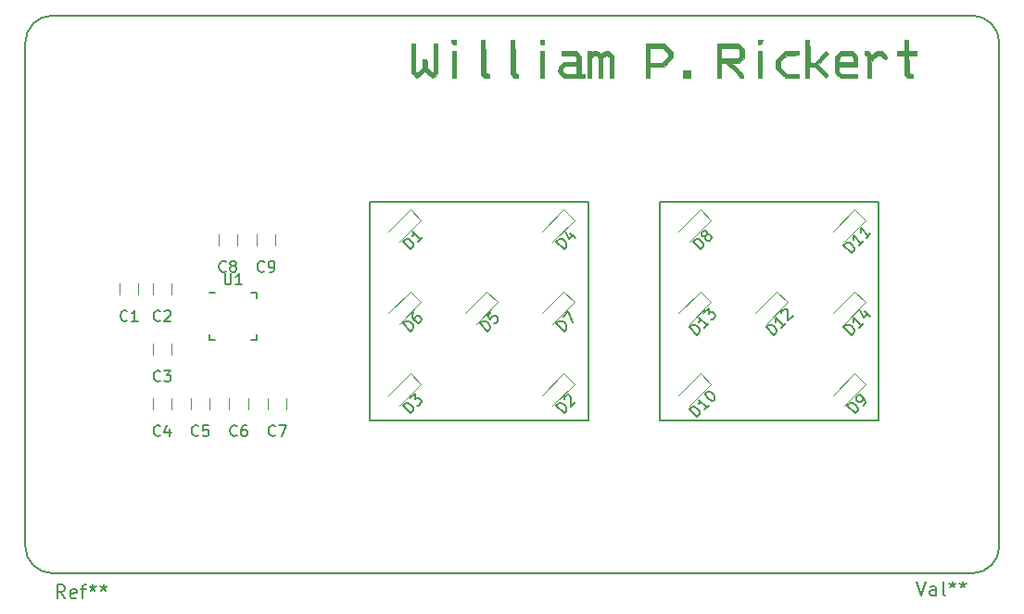
<source format=gbr>
%TF.GenerationSoftware,KiCad,Pcbnew,5.0.1*%
%TF.CreationDate,2019-01-19T09:31:19-06:00*%
%TF.ProjectId,Layout,4C61796F75742E6B696361645F706362,rev?*%
%TF.SameCoordinates,Original*%
%TF.FileFunction,Legend,Top*%
%TF.FilePolarity,Positive*%
%FSLAX46Y46*%
G04 Gerber Fmt 4.6, Leading zero omitted, Abs format (unit mm)*
G04 Created by KiCad (PCBNEW 5.0.1) date Sat 19 Jan 2019 09:31:19 AM CST*
%MOMM*%
%LPD*%
G01*
G04 APERTURE LIST*
%ADD10C,0.200000*%
%ADD11C,0.150000*%
%ADD12C,0.120000*%
%ADD13C,0.010000*%
G04 APERTURE END LIST*
D10*
X143500000Y-110500000D02*
X163500000Y-110500000D01*
X163500000Y-90500000D02*
X143500000Y-90500000D01*
X163500000Y-110500000D02*
X163500000Y-90500000D01*
X143500000Y-90500000D02*
X143500000Y-110500000D01*
X190000000Y-110500000D02*
X170000000Y-110500000D01*
X170000000Y-90500000D02*
X190000000Y-90500000D01*
X170000000Y-90500000D02*
X170000000Y-110500000D01*
X190000000Y-110500000D02*
X190000000Y-90500000D01*
D11*
X112000000Y-122000000D02*
X112000000Y-76000000D01*
X198500000Y-124500000D02*
X114500000Y-124500000D01*
X201000000Y-76000000D02*
X201000000Y-122000000D01*
X114500000Y-73500000D02*
X198500000Y-73500000D01*
X201000000Y-122000000D02*
G75*
G02X198500000Y-124500000I-2500000J0D01*
G01*
X114500000Y-124500000D02*
G75*
G02X112000000Y-122000000I0J2500000D01*
G01*
X112000000Y-76000000D02*
G75*
G02X114500000Y-73500000I2500000J0D01*
G01*
X198500000Y-73500000D02*
G75*
G02X201000000Y-76000000I0J-2500000D01*
G01*
D12*
X123650000Y-103500000D02*
X123650000Y-104500000D01*
X125350000Y-104500000D02*
X125350000Y-103500000D01*
X122350000Y-99000000D02*
X122350000Y-98000000D01*
X120650000Y-98000000D02*
X120650000Y-99000000D01*
X134150000Y-108500000D02*
X134150000Y-109500000D01*
X135850000Y-109500000D02*
X135850000Y-108500000D01*
X132350000Y-109500000D02*
X132350000Y-108500000D01*
X130650000Y-108500000D02*
X130650000Y-109500000D01*
X125350000Y-109500000D02*
X125350000Y-108500000D01*
X123650000Y-108500000D02*
X123650000Y-109500000D01*
X125350000Y-99000000D02*
X125350000Y-98000000D01*
X123650000Y-98000000D02*
X123650000Y-99000000D01*
X128850000Y-109500000D02*
X128850000Y-108500000D01*
X127150000Y-108500000D02*
X127150000Y-109500000D01*
X129650000Y-93500000D02*
X129650000Y-94500000D01*
X131350000Y-94500000D02*
X131350000Y-93500000D01*
X134850000Y-94500000D02*
X134850000Y-93500000D01*
X133150000Y-93500000D02*
X133150000Y-94500000D01*
X148167768Y-92222183D02*
X147177818Y-91232233D01*
X147177818Y-91232233D02*
X145197919Y-93212132D01*
X148167768Y-92222183D02*
X146187869Y-94202082D01*
X162167768Y-107222183D02*
X160187869Y-109202082D01*
X161177818Y-106232233D02*
X159197919Y-108212132D01*
X162167768Y-107222183D02*
X161177818Y-106232233D01*
X148167768Y-107222183D02*
X146187869Y-109202082D01*
X147177818Y-106232233D02*
X145197919Y-108212132D01*
X148167768Y-107222183D02*
X147177818Y-106232233D01*
X162167768Y-92222183D02*
X161177818Y-91232233D01*
X161177818Y-91232233D02*
X159197919Y-93212132D01*
X162167768Y-92222183D02*
X160187869Y-94202082D01*
X155167768Y-99722183D02*
X154177818Y-98732233D01*
X154177818Y-98732233D02*
X152197919Y-100712132D01*
X155167768Y-99722183D02*
X153187869Y-101702082D01*
X148167768Y-99722183D02*
X147177818Y-98732233D01*
X147177818Y-98732233D02*
X145197919Y-100712132D01*
X148167768Y-99722183D02*
X146187869Y-101702082D01*
X162167768Y-99722183D02*
X160187869Y-101702082D01*
X161177818Y-98732233D02*
X159197919Y-100712132D01*
X162167768Y-99722183D02*
X161177818Y-98732233D01*
X174667768Y-92222183D02*
X172687869Y-94202082D01*
X173677818Y-91232233D02*
X171697919Y-93212132D01*
X174667768Y-92222183D02*
X173677818Y-91232233D01*
X188767767Y-107222183D02*
X187777817Y-106232233D01*
X187777817Y-106232233D02*
X185797918Y-108212132D01*
X188767767Y-107222183D02*
X186787868Y-109202082D01*
X174667768Y-107222183D02*
X173677818Y-106232233D01*
X173677818Y-106232233D02*
X171697919Y-108212132D01*
X174667768Y-107222183D02*
X172687869Y-109202082D01*
X188767767Y-92222183D02*
X186787868Y-94202082D01*
X187777817Y-91232233D02*
X185797918Y-93212132D01*
X188767767Y-92222183D02*
X187777817Y-91232233D01*
X181667768Y-99722183D02*
X179687869Y-101702082D01*
X180677818Y-98732233D02*
X178697919Y-100712132D01*
X181667768Y-99722183D02*
X180677818Y-98732233D01*
X174667768Y-99722183D02*
X172687869Y-101702082D01*
X173677818Y-98732233D02*
X171697919Y-100712132D01*
X174667768Y-99722183D02*
X173677818Y-98732233D01*
X188767767Y-99722183D02*
X187777817Y-98732233D01*
X187777817Y-98732233D02*
X185797918Y-100712132D01*
X188767767Y-99722183D02*
X186787868Y-101702082D01*
D11*
X133150000Y-98860000D02*
X133150000Y-99385000D01*
X128850000Y-103160000D02*
X128850000Y-102635000D01*
X133150000Y-103160000D02*
X133150000Y-102635000D01*
X128850000Y-98860000D02*
X129375000Y-98860000D01*
X128850000Y-103160000D02*
X129375000Y-103160000D01*
X133150000Y-103160000D02*
X132625000Y-103160000D01*
X133150000Y-98860000D02*
X132625000Y-98860000D01*
D13*
G36*
X179324184Y-75913250D02*
X179311882Y-76026255D01*
X179279926Y-76080139D01*
X179202963Y-76100255D01*
X179131250Y-76106184D01*
X178951334Y-76119201D01*
X178951334Y-75733333D01*
X179337202Y-75733333D01*
X179324184Y-75913250D01*
X179324184Y-75913250D01*
G37*
X179324184Y-75913250D02*
X179311882Y-76026255D01*
X179279926Y-76080139D01*
X179202963Y-76100255D01*
X179131250Y-76106184D01*
X178951334Y-76119201D01*
X178951334Y-75733333D01*
X179337202Y-75733333D01*
X179324184Y-75913250D01*
G36*
X159393334Y-76114333D02*
X159222672Y-76114333D01*
X159092637Y-76099179D01*
X159029895Y-76056531D01*
X159029015Y-76054409D01*
X159016472Y-75969332D01*
X159019760Y-75874492D01*
X159037548Y-75797838D01*
X159084482Y-75760016D01*
X159185915Y-75743613D01*
X159213417Y-75741482D01*
X159393334Y-75728465D01*
X159393334Y-76114333D01*
X159393334Y-76114333D01*
G37*
X159393334Y-76114333D02*
X159222672Y-76114333D01*
X159092637Y-76099179D01*
X159029895Y-76056531D01*
X159029015Y-76054409D01*
X159016472Y-75969332D01*
X159019760Y-75874492D01*
X159037548Y-75797838D01*
X159084482Y-75760016D01*
X159185915Y-75743613D01*
X159213417Y-75741482D01*
X159393334Y-75728465D01*
X159393334Y-76114333D01*
G36*
X151350000Y-76114333D02*
X151187722Y-76114333D01*
X151075852Y-76107570D01*
X151004241Y-76090837D01*
X150997222Y-76086111D01*
X150978943Y-76028944D01*
X150969399Y-75923186D01*
X150969000Y-75895611D01*
X150969000Y-75733333D01*
X151350000Y-75733333D01*
X151350000Y-76114333D01*
X151350000Y-76114333D01*
G37*
X151350000Y-76114333D02*
X151187722Y-76114333D01*
X151075852Y-76107570D01*
X151004241Y-76090837D01*
X150997222Y-76086111D01*
X150978943Y-76028944D01*
X150969399Y-75923186D01*
X150969000Y-75895611D01*
X150969000Y-75733333D01*
X151350000Y-75733333D01*
X151350000Y-76114333D01*
G36*
X192709667Y-76745909D02*
X193058917Y-76758204D01*
X193408167Y-76770500D01*
X193421184Y-76950416D01*
X193434202Y-77130333D01*
X192707877Y-77130333D01*
X192719355Y-77966416D01*
X192730834Y-78802500D01*
X192900167Y-78823666D01*
X193008388Y-78842148D01*
X193056620Y-78879192D01*
X193069095Y-78962058D01*
X193069500Y-79014166D01*
X193069500Y-79183500D01*
X192872349Y-79196242D01*
X192736489Y-79195617D01*
X192636296Y-79161700D01*
X192527276Y-79079098D01*
X192523099Y-79075440D01*
X192371000Y-78941895D01*
X192371000Y-77130333D01*
X191651334Y-77130333D01*
X191651334Y-76749333D01*
X192371000Y-76749333D01*
X192371000Y-75733333D01*
X192709667Y-75733333D01*
X192709667Y-76745909D01*
X192709667Y-76745909D01*
G37*
X192709667Y-76745909D02*
X193058917Y-76758204D01*
X193408167Y-76770500D01*
X193421184Y-76950416D01*
X193434202Y-77130333D01*
X192707877Y-77130333D01*
X192719355Y-77966416D01*
X192730834Y-78802500D01*
X192900167Y-78823666D01*
X193008388Y-78842148D01*
X193056620Y-78879192D01*
X193069095Y-78962058D01*
X193069500Y-79014166D01*
X193069500Y-79183500D01*
X192872349Y-79196242D01*
X192736489Y-79195617D01*
X192636296Y-79161700D01*
X192527276Y-79079098D01*
X192523099Y-79075440D01*
X192371000Y-78941895D01*
X192371000Y-77130333D01*
X191651334Y-77130333D01*
X191651334Y-76749333D01*
X192371000Y-76749333D01*
X192371000Y-75733333D01*
X192709667Y-75733333D01*
X192709667Y-76745909D01*
G36*
X190515107Y-76996560D02*
X190656035Y-77148292D01*
X190735758Y-77262853D01*
X190762261Y-77351865D01*
X190762334Y-77356393D01*
X190755345Y-77425766D01*
X190719166Y-77458632D01*
X190630972Y-77468481D01*
X190571834Y-77469000D01*
X190438289Y-77457983D01*
X190383242Y-77424284D01*
X190381334Y-77413420D01*
X190344622Y-77323837D01*
X190252242Y-77233866D01*
X190130829Y-77162990D01*
X190007014Y-77130693D01*
X189994379Y-77130333D01*
X189915570Y-77138131D01*
X189840927Y-77169275D01*
X189753280Y-77235391D01*
X189635459Y-77348104D01*
X189562779Y-77422550D01*
X189280667Y-77714767D01*
X189280667Y-79204666D01*
X188942000Y-79204666D01*
X188942000Y-78215016D01*
X188941559Y-77889282D01*
X188939059Y-77638094D01*
X188932733Y-77451333D01*
X188920815Y-77318879D01*
X188901538Y-77230613D01*
X188873136Y-77176416D01*
X188833842Y-77146167D01*
X188781889Y-77129747D01*
X188751500Y-77123725D01*
X188694840Y-77095442D01*
X188670492Y-77023162D01*
X188666834Y-76939253D01*
X188671925Y-76830534D01*
X188701542Y-76780250D01*
X188777198Y-76762223D01*
X188815000Y-76758964D01*
X188981905Y-76778401D01*
X189129918Y-76852358D01*
X189234279Y-76965041D01*
X189266046Y-77046646D01*
X189291632Y-77174577D01*
X189516449Y-76961955D01*
X189635879Y-76852190D01*
X189723571Y-76788695D01*
X189808583Y-76758815D01*
X189919972Y-76749893D01*
X190004573Y-76749333D01*
X190267880Y-76749333D01*
X190515107Y-76996560D01*
X190515107Y-76996560D01*
G37*
X190515107Y-76996560D02*
X190656035Y-77148292D01*
X190735758Y-77262853D01*
X190762261Y-77351865D01*
X190762334Y-77356393D01*
X190755345Y-77425766D01*
X190719166Y-77458632D01*
X190630972Y-77468481D01*
X190571834Y-77469000D01*
X190438289Y-77457983D01*
X190383242Y-77424284D01*
X190381334Y-77413420D01*
X190344622Y-77323837D01*
X190252242Y-77233866D01*
X190130829Y-77162990D01*
X190007014Y-77130693D01*
X189994379Y-77130333D01*
X189915570Y-77138131D01*
X189840927Y-77169275D01*
X189753280Y-77235391D01*
X189635459Y-77348104D01*
X189562779Y-77422550D01*
X189280667Y-77714767D01*
X189280667Y-79204666D01*
X188942000Y-79204666D01*
X188942000Y-78215016D01*
X188941559Y-77889282D01*
X188939059Y-77638094D01*
X188932733Y-77451333D01*
X188920815Y-77318879D01*
X188901538Y-77230613D01*
X188873136Y-77176416D01*
X188833842Y-77146167D01*
X188781889Y-77129747D01*
X188751500Y-77123725D01*
X188694840Y-77095442D01*
X188670492Y-77023162D01*
X188666834Y-76939253D01*
X188671925Y-76830534D01*
X188701542Y-76780250D01*
X188777198Y-76762223D01*
X188815000Y-76758964D01*
X188981905Y-76778401D01*
X189129918Y-76852358D01*
X189234279Y-76965041D01*
X189266046Y-77046646D01*
X189291632Y-77174577D01*
X189516449Y-76961955D01*
X189635879Y-76852190D01*
X189723571Y-76788695D01*
X189808583Y-76758815D01*
X189919972Y-76749893D01*
X190004573Y-76749333D01*
X190267880Y-76749333D01*
X190515107Y-76996560D01*
G36*
X187808356Y-76991424D02*
X188053000Y-77233516D01*
X188053000Y-78146333D01*
X186317334Y-78146333D01*
X186317334Y-78371246D01*
X186324722Y-78516239D01*
X186355112Y-78612436D01*
X186420845Y-78695033D01*
X186436067Y-78709913D01*
X186554800Y-78823666D01*
X188053000Y-78823666D01*
X188053000Y-79204666D01*
X186494270Y-79204666D01*
X186280470Y-79035667D01*
X186160944Y-78933992D01*
X186066121Y-78840341D01*
X186022669Y-78784450D01*
X186006995Y-78712877D01*
X185994101Y-78569806D01*
X185984696Y-78368379D01*
X185979487Y-78121739D01*
X185978667Y-77967874D01*
X185978667Y-77566566D01*
X186359667Y-77566566D01*
X186359667Y-77765333D01*
X187714334Y-77765333D01*
X187714334Y-77589412D01*
X187681013Y-77400653D01*
X187606346Y-77271912D01*
X187498358Y-77130333D01*
X187042766Y-77130333D01*
X186840528Y-77131286D01*
X186704165Y-77136759D01*
X186614885Y-77150670D01*
X186553899Y-77176937D01*
X186502416Y-77219480D01*
X186473420Y-77249066D01*
X186396485Y-77351690D01*
X186364000Y-77469860D01*
X186359667Y-77566566D01*
X185978667Y-77566566D01*
X185978667Y-77233516D01*
X186223311Y-76991424D01*
X186467955Y-76749333D01*
X187563712Y-76749333D01*
X187808356Y-76991424D01*
X187808356Y-76991424D01*
G37*
X187808356Y-76991424D02*
X188053000Y-77233516D01*
X188053000Y-78146333D01*
X186317334Y-78146333D01*
X186317334Y-78371246D01*
X186324722Y-78516239D01*
X186355112Y-78612436D01*
X186420845Y-78695033D01*
X186436067Y-78709913D01*
X186554800Y-78823666D01*
X188053000Y-78823666D01*
X188053000Y-79204666D01*
X186494270Y-79204666D01*
X186280470Y-79035667D01*
X186160944Y-78933992D01*
X186066121Y-78840341D01*
X186022669Y-78784450D01*
X186006995Y-78712877D01*
X185994101Y-78569806D01*
X185984696Y-78368379D01*
X185979487Y-78121739D01*
X185978667Y-77967874D01*
X185978667Y-77566566D01*
X186359667Y-77566566D01*
X186359667Y-77765333D01*
X187714334Y-77765333D01*
X187714334Y-77589412D01*
X187681013Y-77400653D01*
X187606346Y-77271912D01*
X187498358Y-77130333D01*
X187042766Y-77130333D01*
X186840528Y-77131286D01*
X186704165Y-77136759D01*
X186614885Y-77150670D01*
X186553899Y-77176937D01*
X186502416Y-77219480D01*
X186473420Y-77249066D01*
X186396485Y-77351690D01*
X186364000Y-77469860D01*
X186359667Y-77566566D01*
X185978667Y-77566566D01*
X185978667Y-77233516D01*
X186223311Y-76991424D01*
X186467955Y-76749333D01*
X187563712Y-76749333D01*
X187808356Y-76991424D01*
G36*
X183660164Y-76759916D02*
X183671500Y-77786500D01*
X183879930Y-77799702D01*
X184088359Y-77812905D01*
X184609143Y-77293372D01*
X185129926Y-76773839D01*
X185258984Y-76897484D01*
X185388041Y-77021128D01*
X184914849Y-77495667D01*
X184441656Y-77970205D01*
X184882078Y-78442307D01*
X185035609Y-78608047D01*
X185167350Y-78752477D01*
X185266988Y-78864116D01*
X185324211Y-78931483D01*
X185333756Y-78945140D01*
X185313339Y-78991055D01*
X185248624Y-79067361D01*
X185224558Y-79091273D01*
X185104103Y-79206676D01*
X184606290Y-78676504D01*
X184108476Y-78146333D01*
X183650334Y-78146333D01*
X183650334Y-79204666D01*
X183311667Y-79204666D01*
X183311667Y-75733333D01*
X183648828Y-75733333D01*
X183660164Y-76759916D01*
X183660164Y-76759916D01*
G37*
X183660164Y-76759916D02*
X183671500Y-77786500D01*
X183879930Y-77799702D01*
X184088359Y-77812905D01*
X184609143Y-77293372D01*
X185129926Y-76773839D01*
X185258984Y-76897484D01*
X185388041Y-77021128D01*
X184914849Y-77495667D01*
X184441656Y-77970205D01*
X184882078Y-78442307D01*
X185035609Y-78608047D01*
X185167350Y-78752477D01*
X185266988Y-78864116D01*
X185324211Y-78931483D01*
X185333756Y-78945140D01*
X185313339Y-78991055D01*
X185248624Y-79067361D01*
X185224558Y-79091273D01*
X185104103Y-79206676D01*
X184606290Y-78676504D01*
X184108476Y-78146333D01*
X183650334Y-78146333D01*
X183650334Y-79204666D01*
X183311667Y-79204666D01*
X183311667Y-75733333D01*
X183648828Y-75733333D01*
X183660164Y-76759916D01*
G36*
X182068666Y-76758757D02*
X182697834Y-76770500D01*
X182697834Y-77109166D01*
X182126334Y-77120969D01*
X181554834Y-77132771D01*
X181269084Y-77416167D01*
X180983334Y-77699562D01*
X180983334Y-78254437D01*
X181269084Y-78537832D01*
X181554834Y-78821228D01*
X182126334Y-78833030D01*
X182697834Y-78844833D01*
X182697834Y-79183500D01*
X182105167Y-79191318D01*
X181885417Y-79192564D01*
X181693026Y-79190567D01*
X181545376Y-79185735D01*
X181459847Y-79178476D01*
X181449000Y-79175922D01*
X181396111Y-79138620D01*
X181297132Y-79053342D01*
X181165580Y-78932240D01*
X181014972Y-78787469D01*
X180993917Y-78766773D01*
X180602334Y-78380838D01*
X180602334Y-77569514D01*
X181020916Y-77158265D01*
X181439499Y-76747015D01*
X182068666Y-76758757D01*
X182068666Y-76758757D01*
G37*
X182068666Y-76758757D02*
X182697834Y-76770500D01*
X182697834Y-77109166D01*
X182126334Y-77120969D01*
X181554834Y-77132771D01*
X181269084Y-77416167D01*
X180983334Y-77699562D01*
X180983334Y-78254437D01*
X181269084Y-78537832D01*
X181554834Y-78821228D01*
X182126334Y-78833030D01*
X182697834Y-78844833D01*
X182697834Y-79183500D01*
X182105167Y-79191318D01*
X181885417Y-79192564D01*
X181693026Y-79190567D01*
X181545376Y-79185735D01*
X181459847Y-79178476D01*
X181449000Y-79175922D01*
X181396111Y-79138620D01*
X181297132Y-79053342D01*
X181165580Y-78932240D01*
X181014972Y-78787469D01*
X180993917Y-78766773D01*
X180602334Y-78380838D01*
X180602334Y-77569514D01*
X181020916Y-77158265D01*
X181439499Y-76747015D01*
X182068666Y-76758757D01*
G36*
X179131250Y-76757482D02*
X179311167Y-76770500D01*
X179311167Y-79183500D01*
X179131250Y-79196517D01*
X178951334Y-79209534D01*
X178951334Y-76744465D01*
X179131250Y-76757482D01*
X179131250Y-76757482D01*
G37*
X179131250Y-76757482D02*
X179311167Y-76770500D01*
X179311167Y-79183500D01*
X179131250Y-79196517D01*
X178951334Y-79209534D01*
X178951334Y-76744465D01*
X179131250Y-76757482D01*
G36*
X177446105Y-76327102D02*
X177689431Y-76582204D01*
X177674799Y-76985982D01*
X177660167Y-77389761D01*
X177441064Y-77598714D01*
X177221962Y-77807666D01*
X176518343Y-77807666D01*
X177078672Y-78369150D01*
X177278594Y-78571111D01*
X177425316Y-78724301D01*
X177526734Y-78838564D01*
X177590744Y-78923744D01*
X177625244Y-78989685D01*
X177638128Y-79046229D01*
X177639000Y-79067650D01*
X177633136Y-79155424D01*
X177599307Y-79194438D01*
X177513159Y-79204397D01*
X177469667Y-79204666D01*
X177349186Y-79192162D01*
X177300854Y-79156569D01*
X177300334Y-79151237D01*
X177271559Y-79106770D01*
X177191072Y-79012508D01*
X177067630Y-78877916D01*
X176909989Y-78712462D01*
X176726904Y-78525613D01*
X176654254Y-78452737D01*
X176008174Y-77807666D01*
X175607000Y-77807666D01*
X175607000Y-79204666D01*
X175226000Y-79204666D01*
X175226000Y-76453000D01*
X175607000Y-76453000D01*
X175607000Y-77426666D01*
X176355688Y-77426666D01*
X176625518Y-77426128D01*
X176823913Y-77423555D01*
X176964104Y-77417508D01*
X177059321Y-77406549D01*
X177122795Y-77389240D01*
X177167755Y-77364143D01*
X177202355Y-77334620D01*
X177256950Y-77270362D01*
X177286806Y-77190219D01*
X177298821Y-77067936D01*
X177300334Y-76961540D01*
X177296541Y-76804083D01*
X177279525Y-76703028D01*
X177240825Y-76630245D01*
X177181600Y-76566753D01*
X177062867Y-76453000D01*
X175607000Y-76453000D01*
X175226000Y-76453000D01*
X175226000Y-76072000D01*
X176214390Y-76072000D01*
X177202779Y-76071999D01*
X177446105Y-76327102D01*
X177446105Y-76327102D01*
G37*
X177446105Y-76327102D02*
X177689431Y-76582204D01*
X177674799Y-76985982D01*
X177660167Y-77389761D01*
X177441064Y-77598714D01*
X177221962Y-77807666D01*
X176518343Y-77807666D01*
X177078672Y-78369150D01*
X177278594Y-78571111D01*
X177425316Y-78724301D01*
X177526734Y-78838564D01*
X177590744Y-78923744D01*
X177625244Y-78989685D01*
X177638128Y-79046229D01*
X177639000Y-79067650D01*
X177633136Y-79155424D01*
X177599307Y-79194438D01*
X177513159Y-79204397D01*
X177469667Y-79204666D01*
X177349186Y-79192162D01*
X177300854Y-79156569D01*
X177300334Y-79151237D01*
X177271559Y-79106770D01*
X177191072Y-79012508D01*
X177067630Y-78877916D01*
X176909989Y-78712462D01*
X176726904Y-78525613D01*
X176654254Y-78452737D01*
X176008174Y-77807666D01*
X175607000Y-77807666D01*
X175607000Y-79204666D01*
X175226000Y-79204666D01*
X175226000Y-76453000D01*
X175607000Y-76453000D01*
X175607000Y-77426666D01*
X176355688Y-77426666D01*
X176625518Y-77426128D01*
X176823913Y-77423555D01*
X176964104Y-77417508D01*
X177059321Y-77406549D01*
X177122795Y-77389240D01*
X177167755Y-77364143D01*
X177202355Y-77334620D01*
X177256950Y-77270362D01*
X177286806Y-77190219D01*
X177298821Y-77067936D01*
X177300334Y-76961540D01*
X177296541Y-76804083D01*
X177279525Y-76703028D01*
X177240825Y-76630245D01*
X177181600Y-76566753D01*
X177062867Y-76453000D01*
X175607000Y-76453000D01*
X175226000Y-76453000D01*
X175226000Y-76072000D01*
X176214390Y-76072000D01*
X177202779Y-76071999D01*
X177446105Y-76327102D01*
G36*
X172813000Y-79204666D02*
X172093334Y-79204666D01*
X172093334Y-78485000D01*
X172813000Y-78485000D01*
X172813000Y-79204666D01*
X172813000Y-79204666D01*
G37*
X172813000Y-79204666D02*
X172093334Y-79204666D01*
X172093334Y-78485000D01*
X172813000Y-78485000D01*
X172813000Y-79204666D01*
G36*
X171162000Y-76860051D02*
X171162000Y-77353404D01*
X170773202Y-77749869D01*
X170384403Y-78146333D01*
X169868327Y-78146333D01*
X169654366Y-78148483D01*
X169459609Y-78154326D01*
X169306322Y-78162956D01*
X169219959Y-78172791D01*
X169087667Y-78199250D01*
X169087667Y-79204666D01*
X168917005Y-79204666D01*
X168800095Y-79192344D01*
X168731774Y-79160730D01*
X168725952Y-79151528D01*
X168721527Y-79098142D01*
X168718051Y-78970060D01*
X168715584Y-78777248D01*
X168714184Y-78529671D01*
X168713911Y-78237296D01*
X168714825Y-77910089D01*
X168716697Y-77595778D01*
X168725166Y-76453000D01*
X169087667Y-76453000D01*
X169087667Y-77807666D01*
X170207375Y-77807666D01*
X170494188Y-77523052D01*
X170655032Y-77354912D01*
X170750919Y-77222647D01*
X170782370Y-77108453D01*
X170749904Y-76994526D01*
X170654038Y-76863062D01*
X170517640Y-76718722D01*
X170254279Y-76453000D01*
X169087667Y-76453000D01*
X168725166Y-76453000D01*
X168727834Y-76093166D01*
X169549952Y-76081644D01*
X170372070Y-76070121D01*
X171162000Y-76860051D01*
X171162000Y-76860051D01*
G37*
X171162000Y-76860051D02*
X171162000Y-77353404D01*
X170773202Y-77749869D01*
X170384403Y-78146333D01*
X169868327Y-78146333D01*
X169654366Y-78148483D01*
X169459609Y-78154326D01*
X169306322Y-78162956D01*
X169219959Y-78172791D01*
X169087667Y-78199250D01*
X169087667Y-79204666D01*
X168917005Y-79204666D01*
X168800095Y-79192344D01*
X168731774Y-79160730D01*
X168725952Y-79151528D01*
X168721527Y-79098142D01*
X168718051Y-78970060D01*
X168715584Y-78777248D01*
X168714184Y-78529671D01*
X168713911Y-78237296D01*
X168714825Y-77910089D01*
X168716697Y-77595778D01*
X168725166Y-76453000D01*
X169087667Y-76453000D01*
X169087667Y-77807666D01*
X170207375Y-77807666D01*
X170494188Y-77523052D01*
X170655032Y-77354912D01*
X170750919Y-77222647D01*
X170782370Y-77108453D01*
X170749904Y-76994526D01*
X170654038Y-76863062D01*
X170517640Y-76718722D01*
X170254279Y-76453000D01*
X169087667Y-76453000D01*
X168725166Y-76453000D01*
X168727834Y-76093166D01*
X169549952Y-76081644D01*
X170372070Y-76070121D01*
X171162000Y-76860051D01*
G36*
X165227432Y-76753912D02*
X165314805Y-76776247D01*
X165400695Y-76829237D01*
X165511337Y-76925781D01*
X165555368Y-76967140D01*
X165785667Y-77184948D01*
X165785667Y-79204666D01*
X165447000Y-79204666D01*
X165447000Y-77357840D01*
X165328267Y-77244086D01*
X165189999Y-77151114D01*
X165054395Y-77142511D01*
X164917029Y-77218277D01*
X164888400Y-77244086D01*
X164769667Y-77357840D01*
X164769667Y-79209534D01*
X164589750Y-79196517D01*
X164409834Y-79183500D01*
X164398393Y-78278664D01*
X164394030Y-77976598D01*
X164388831Y-77747124D01*
X164381641Y-77578167D01*
X164371305Y-77457652D01*
X164356671Y-77373504D01*
X164336582Y-77313649D01*
X164309886Y-77266013D01*
X164300260Y-77252081D01*
X164190001Y-77153189D01*
X164062565Y-77135550D01*
X163925015Y-77199297D01*
X163872400Y-77244086D01*
X163753667Y-77357840D01*
X163753667Y-79204666D01*
X163371368Y-79204666D01*
X163393834Y-76770500D01*
X163573750Y-76757482D01*
X163700446Y-76758746D01*
X163751913Y-76787360D01*
X163753667Y-76797699D01*
X163766038Y-76829178D01*
X163804467Y-76800133D01*
X163873531Y-76771156D01*
X163994423Y-76752763D01*
X164078160Y-76749333D01*
X164227380Y-76758114D01*
X164334503Y-76794242D01*
X164441146Y-76872395D01*
X164450694Y-76880718D01*
X164600334Y-77012104D01*
X164749973Y-76880718D01*
X164863042Y-76796172D01*
X164974490Y-76757761D01*
X165112341Y-76749333D01*
X165227432Y-76753912D01*
X165227432Y-76753912D01*
G37*
X165227432Y-76753912D02*
X165314805Y-76776247D01*
X165400695Y-76829237D01*
X165511337Y-76925781D01*
X165555368Y-76967140D01*
X165785667Y-77184948D01*
X165785667Y-79204666D01*
X165447000Y-79204666D01*
X165447000Y-77357840D01*
X165328267Y-77244086D01*
X165189999Y-77151114D01*
X165054395Y-77142511D01*
X164917029Y-77218277D01*
X164888400Y-77244086D01*
X164769667Y-77357840D01*
X164769667Y-79209534D01*
X164589750Y-79196517D01*
X164409834Y-79183500D01*
X164398393Y-78278664D01*
X164394030Y-77976598D01*
X164388831Y-77747124D01*
X164381641Y-77578167D01*
X164371305Y-77457652D01*
X164356671Y-77373504D01*
X164336582Y-77313649D01*
X164309886Y-77266013D01*
X164300260Y-77252081D01*
X164190001Y-77153189D01*
X164062565Y-77135550D01*
X163925015Y-77199297D01*
X163872400Y-77244086D01*
X163753667Y-77357840D01*
X163753667Y-79204666D01*
X163371368Y-79204666D01*
X163393834Y-76770500D01*
X163573750Y-76757482D01*
X163700446Y-76758746D01*
X163751913Y-76787360D01*
X163753667Y-76797699D01*
X163766038Y-76829178D01*
X163804467Y-76800133D01*
X163873531Y-76771156D01*
X163994423Y-76752763D01*
X164078160Y-76749333D01*
X164227380Y-76758114D01*
X164334503Y-76794242D01*
X164441146Y-76872395D01*
X164450694Y-76880718D01*
X164600334Y-77012104D01*
X164749973Y-76880718D01*
X164863042Y-76796172D01*
X164974490Y-76757761D01*
X165112341Y-76749333D01*
X165227432Y-76753912D01*
G36*
X162780000Y-77213201D02*
X162780000Y-78823666D01*
X163118667Y-78823666D01*
X163118667Y-79204666D01*
X161154959Y-79204666D01*
X160930313Y-78972732D01*
X160816631Y-78852652D01*
X160749717Y-78765618D01*
X160717177Y-78684108D01*
X160706617Y-78580601D01*
X160706010Y-78512324D01*
X161050582Y-78512324D01*
X161108307Y-78646000D01*
X161158087Y-78704933D01*
X161206339Y-78752858D01*
X161253813Y-78785761D01*
X161316620Y-78806468D01*
X161410874Y-78817802D01*
X161552689Y-78822588D01*
X161758176Y-78823651D01*
X161835420Y-78823666D01*
X162399000Y-78823666D01*
X162399000Y-78104000D01*
X161323531Y-78104000D01*
X161183932Y-78239304D01*
X161075661Y-78379086D01*
X161050582Y-78512324D01*
X160706010Y-78512324D01*
X160705667Y-78473869D01*
X160707893Y-78335299D01*
X160723104Y-78240674D01*
X160764101Y-78162072D01*
X160843684Y-78071567D01*
X160929248Y-77986137D01*
X161152829Y-77765333D01*
X162399000Y-77765333D01*
X162399000Y-77539879D01*
X162390548Y-77390138D01*
X162358736Y-77292567D01*
X162301022Y-77222379D01*
X162255603Y-77185299D01*
X162201646Y-77159745D01*
X162123530Y-77143596D01*
X162005630Y-77134728D01*
X161832323Y-77131018D01*
X161623688Y-77130333D01*
X161044334Y-77130333D01*
X161044334Y-76749333D01*
X162330708Y-76749333D01*
X162780000Y-77213201D01*
X162780000Y-77213201D01*
G37*
X162780000Y-77213201D02*
X162780000Y-78823666D01*
X163118667Y-78823666D01*
X163118667Y-79204666D01*
X161154959Y-79204666D01*
X160930313Y-78972732D01*
X160816631Y-78852652D01*
X160749717Y-78765618D01*
X160717177Y-78684108D01*
X160706617Y-78580601D01*
X160706010Y-78512324D01*
X161050582Y-78512324D01*
X161108307Y-78646000D01*
X161158087Y-78704933D01*
X161206339Y-78752858D01*
X161253813Y-78785761D01*
X161316620Y-78806468D01*
X161410874Y-78817802D01*
X161552689Y-78822588D01*
X161758176Y-78823651D01*
X161835420Y-78823666D01*
X162399000Y-78823666D01*
X162399000Y-78104000D01*
X161323531Y-78104000D01*
X161183932Y-78239304D01*
X161075661Y-78379086D01*
X161050582Y-78512324D01*
X160706010Y-78512324D01*
X160705667Y-78473869D01*
X160707893Y-78335299D01*
X160723104Y-78240674D01*
X160764101Y-78162072D01*
X160843684Y-78071567D01*
X160929248Y-77986137D01*
X161152829Y-77765333D01*
X162399000Y-77765333D01*
X162399000Y-77539879D01*
X162390548Y-77390138D01*
X162358736Y-77292567D01*
X162301022Y-77222379D01*
X162255603Y-77185299D01*
X162201646Y-77159745D01*
X162123530Y-77143596D01*
X162005630Y-77134728D01*
X161832323Y-77131018D01*
X161623688Y-77130333D01*
X161044334Y-77130333D01*
X161044334Y-76749333D01*
X162330708Y-76749333D01*
X162780000Y-77213201D01*
G36*
X159393334Y-79204666D02*
X159222672Y-79204666D01*
X159104961Y-79192195D01*
X159036951Y-79160041D01*
X159031473Y-79151149D01*
X159026479Y-79096163D01*
X159022737Y-78968000D01*
X159020334Y-78778142D01*
X159019358Y-78538070D01*
X159019896Y-78259267D01*
X159022035Y-77953213D01*
X159022218Y-77934065D01*
X159033500Y-76770500D01*
X159213417Y-76757482D01*
X159393334Y-76744465D01*
X159393334Y-79204666D01*
X159393334Y-79204666D01*
G37*
X159393334Y-79204666D02*
X159222672Y-79204666D01*
X159104961Y-79192195D01*
X159036951Y-79160041D01*
X159031473Y-79151149D01*
X159026479Y-79096163D01*
X159022737Y-78968000D01*
X159020334Y-78778142D01*
X159019358Y-78538070D01*
X159019896Y-78259267D01*
X159022035Y-77953213D01*
X159022218Y-77934065D01*
X159033500Y-76770500D01*
X159213417Y-76757482D01*
X159393334Y-76744465D01*
X159393334Y-79204666D01*
G36*
X156736389Y-77267916D02*
X156747500Y-78802500D01*
X156906250Y-78815638D01*
X157004275Y-78827923D01*
X157050360Y-78859727D01*
X157064111Y-78935888D01*
X157065000Y-79016722D01*
X157065000Y-79204666D01*
X156861925Y-79204666D01*
X156731064Y-79196737D01*
X156636522Y-79161633D01*
X156540248Y-79082377D01*
X156502092Y-79044131D01*
X156345334Y-78883596D01*
X156345334Y-75733333D01*
X156725277Y-75733333D01*
X156736389Y-77267916D01*
X156736389Y-77267916D01*
G37*
X156736389Y-77267916D02*
X156747500Y-78802500D01*
X156906250Y-78815638D01*
X157004275Y-78827923D01*
X157050360Y-78859727D01*
X157064111Y-78935888D01*
X157065000Y-79016722D01*
X157065000Y-79204666D01*
X156861925Y-79204666D01*
X156731064Y-79196737D01*
X156636522Y-79161633D01*
X156540248Y-79082377D01*
X156502092Y-79044131D01*
X156345334Y-78883596D01*
X156345334Y-75733333D01*
X156725277Y-75733333D01*
X156736389Y-77267916D01*
G36*
X154027055Y-77267916D02*
X154038167Y-78802500D01*
X154402619Y-78828760D01*
X154389726Y-79006130D01*
X154376834Y-79183500D01*
X154179682Y-79196242D01*
X154043822Y-79195617D01*
X153943629Y-79161700D01*
X153834609Y-79079098D01*
X153830432Y-79075440D01*
X153678334Y-78941895D01*
X153678334Y-75733333D01*
X154015944Y-75733333D01*
X154027055Y-77267916D01*
X154027055Y-77267916D01*
G37*
X154027055Y-77267916D02*
X154038167Y-78802500D01*
X154402619Y-78828760D01*
X154389726Y-79006130D01*
X154376834Y-79183500D01*
X154179682Y-79196242D01*
X154043822Y-79195617D01*
X153943629Y-79161700D01*
X153834609Y-79079098D01*
X153830432Y-79075440D01*
X153678334Y-78941895D01*
X153678334Y-75733333D01*
X154015944Y-75733333D01*
X154027055Y-77267916D01*
G36*
X151350000Y-79204666D02*
X151179338Y-79204666D01*
X151061628Y-79192195D01*
X150993617Y-79160041D01*
X150988140Y-79151149D01*
X150983145Y-79096163D01*
X150979403Y-78968000D01*
X150977001Y-78778142D01*
X150976025Y-78538070D01*
X150976563Y-78259267D01*
X150978702Y-77953213D01*
X150978885Y-77934065D01*
X150990167Y-76770500D01*
X151170084Y-76757482D01*
X151350000Y-76744465D01*
X151350000Y-79204666D01*
X151350000Y-79204666D01*
G37*
X151350000Y-79204666D02*
X151179338Y-79204666D01*
X151061628Y-79192195D01*
X150993617Y-79160041D01*
X150988140Y-79151149D01*
X150983145Y-79096163D01*
X150979403Y-78968000D01*
X150977001Y-78778142D01*
X150976025Y-78538070D01*
X150976563Y-78259267D01*
X150978702Y-77953213D01*
X150978885Y-77934065D01*
X150990167Y-76770500D01*
X151170084Y-76757482D01*
X151350000Y-76744465D01*
X151350000Y-79204666D01*
G36*
X149699000Y-78769051D02*
X149468701Y-78986859D01*
X149349518Y-79092475D01*
X149247866Y-79169871D01*
X149183560Y-79204153D01*
X149178929Y-79204666D01*
X149108779Y-79175504D01*
X149038811Y-79115256D01*
X148967348Y-79043725D01*
X148854584Y-78938983D01*
X148723783Y-78822592D01*
X148711881Y-78812248D01*
X148465596Y-78598651D01*
X148160552Y-78901659D01*
X148026044Y-79029320D01*
X147908118Y-79130426D01*
X147822582Y-79191995D01*
X147791559Y-79204666D01*
X147732258Y-79176161D01*
X147635268Y-79100995D01*
X147520359Y-78994691D01*
X147506804Y-78981085D01*
X147286000Y-78757504D01*
X147286000Y-76072000D01*
X147624667Y-76072000D01*
X147624667Y-77335438D01*
X147624884Y-77696052D01*
X147625944Y-77981513D01*
X147628455Y-78201331D01*
X147633030Y-78365021D01*
X147640278Y-78482094D01*
X147650810Y-78562064D01*
X147665237Y-78614441D01*
X147684169Y-78648740D01*
X147708216Y-78674472D01*
X147710757Y-78676788D01*
X147755175Y-78712224D01*
X147796184Y-78719903D01*
X147849865Y-78691658D01*
X147932298Y-78619320D01*
X148049424Y-78504757D01*
X148302000Y-78254817D01*
X148302000Y-77469000D01*
X148683000Y-77469000D01*
X148685709Y-77881750D01*
X148688417Y-78294500D01*
X148940180Y-78521542D01*
X149039505Y-78610633D01*
X149119584Y-78675833D01*
X149182574Y-78710729D01*
X149230633Y-78708911D01*
X149265918Y-78663967D01*
X149290586Y-78569486D01*
X149306795Y-78419056D01*
X149316701Y-78206266D01*
X149322464Y-77924705D01*
X149326238Y-77567960D01*
X149327970Y-77369075D01*
X149339167Y-76093166D01*
X149519084Y-76080149D01*
X149699000Y-76067131D01*
X149699000Y-78769051D01*
X149699000Y-78769051D01*
G37*
X149699000Y-78769051D02*
X149468701Y-78986859D01*
X149349518Y-79092475D01*
X149247866Y-79169871D01*
X149183560Y-79204153D01*
X149178929Y-79204666D01*
X149108779Y-79175504D01*
X149038811Y-79115256D01*
X148967348Y-79043725D01*
X148854584Y-78938983D01*
X148723783Y-78822592D01*
X148711881Y-78812248D01*
X148465596Y-78598651D01*
X148160552Y-78901659D01*
X148026044Y-79029320D01*
X147908118Y-79130426D01*
X147822582Y-79191995D01*
X147791559Y-79204666D01*
X147732258Y-79176161D01*
X147635268Y-79100995D01*
X147520359Y-78994691D01*
X147506804Y-78981085D01*
X147286000Y-78757504D01*
X147286000Y-76072000D01*
X147624667Y-76072000D01*
X147624667Y-77335438D01*
X147624884Y-77696052D01*
X147625944Y-77981513D01*
X147628455Y-78201331D01*
X147633030Y-78365021D01*
X147640278Y-78482094D01*
X147650810Y-78562064D01*
X147665237Y-78614441D01*
X147684169Y-78648740D01*
X147708216Y-78674472D01*
X147710757Y-78676788D01*
X147755175Y-78712224D01*
X147796184Y-78719903D01*
X147849865Y-78691658D01*
X147932298Y-78619320D01*
X148049424Y-78504757D01*
X148302000Y-78254817D01*
X148302000Y-77469000D01*
X148683000Y-77469000D01*
X148685709Y-77881750D01*
X148688417Y-78294500D01*
X148940180Y-78521542D01*
X149039505Y-78610633D01*
X149119584Y-78675833D01*
X149182574Y-78710729D01*
X149230633Y-78708911D01*
X149265918Y-78663967D01*
X149290586Y-78569486D01*
X149306795Y-78419056D01*
X149316701Y-78206266D01*
X149322464Y-77924705D01*
X149326238Y-77567960D01*
X149327970Y-77369075D01*
X149339167Y-76093166D01*
X149519084Y-76080149D01*
X149699000Y-76067131D01*
X149699000Y-78769051D01*
D11*
X124333333Y-106857142D02*
X124285714Y-106904761D01*
X124142857Y-106952380D01*
X124047619Y-106952380D01*
X123904761Y-106904761D01*
X123809523Y-106809523D01*
X123761904Y-106714285D01*
X123714285Y-106523809D01*
X123714285Y-106380952D01*
X123761904Y-106190476D01*
X123809523Y-106095238D01*
X123904761Y-106000000D01*
X124047619Y-105952380D01*
X124142857Y-105952380D01*
X124285714Y-106000000D01*
X124333333Y-106047619D01*
X124666666Y-105952380D02*
X125285714Y-105952380D01*
X124952380Y-106333333D01*
X125095238Y-106333333D01*
X125190476Y-106380952D01*
X125238095Y-106428571D01*
X125285714Y-106523809D01*
X125285714Y-106761904D01*
X125238095Y-106857142D01*
X125190476Y-106904761D01*
X125095238Y-106952380D01*
X124809523Y-106952380D01*
X124714285Y-106904761D01*
X124666666Y-106857142D01*
X121333333Y-101357142D02*
X121285714Y-101404761D01*
X121142857Y-101452380D01*
X121047619Y-101452380D01*
X120904761Y-101404761D01*
X120809523Y-101309523D01*
X120761904Y-101214285D01*
X120714285Y-101023809D01*
X120714285Y-100880952D01*
X120761904Y-100690476D01*
X120809523Y-100595238D01*
X120904761Y-100500000D01*
X121047619Y-100452380D01*
X121142857Y-100452380D01*
X121285714Y-100500000D01*
X121333333Y-100547619D01*
X122285714Y-101452380D02*
X121714285Y-101452380D01*
X122000000Y-101452380D02*
X122000000Y-100452380D01*
X121904761Y-100595238D01*
X121809523Y-100690476D01*
X121714285Y-100738095D01*
X134833333Y-111857142D02*
X134785714Y-111904761D01*
X134642857Y-111952380D01*
X134547619Y-111952380D01*
X134404761Y-111904761D01*
X134309523Y-111809523D01*
X134261904Y-111714285D01*
X134214285Y-111523809D01*
X134214285Y-111380952D01*
X134261904Y-111190476D01*
X134309523Y-111095238D01*
X134404761Y-111000000D01*
X134547619Y-110952380D01*
X134642857Y-110952380D01*
X134785714Y-111000000D01*
X134833333Y-111047619D01*
X135166666Y-110952380D02*
X135833333Y-110952380D01*
X135404761Y-111952380D01*
X131333333Y-111857142D02*
X131285714Y-111904761D01*
X131142857Y-111952380D01*
X131047619Y-111952380D01*
X130904761Y-111904761D01*
X130809523Y-111809523D01*
X130761904Y-111714285D01*
X130714285Y-111523809D01*
X130714285Y-111380952D01*
X130761904Y-111190476D01*
X130809523Y-111095238D01*
X130904761Y-111000000D01*
X131047619Y-110952380D01*
X131142857Y-110952380D01*
X131285714Y-111000000D01*
X131333333Y-111047619D01*
X132190476Y-110952380D02*
X132000000Y-110952380D01*
X131904761Y-111000000D01*
X131857142Y-111047619D01*
X131761904Y-111190476D01*
X131714285Y-111380952D01*
X131714285Y-111761904D01*
X131761904Y-111857142D01*
X131809523Y-111904761D01*
X131904761Y-111952380D01*
X132095238Y-111952380D01*
X132190476Y-111904761D01*
X132238095Y-111857142D01*
X132285714Y-111761904D01*
X132285714Y-111523809D01*
X132238095Y-111428571D01*
X132190476Y-111380952D01*
X132095238Y-111333333D01*
X131904761Y-111333333D01*
X131809523Y-111380952D01*
X131761904Y-111428571D01*
X131714285Y-111523809D01*
X124333333Y-111857142D02*
X124285714Y-111904761D01*
X124142857Y-111952380D01*
X124047619Y-111952380D01*
X123904761Y-111904761D01*
X123809523Y-111809523D01*
X123761904Y-111714285D01*
X123714285Y-111523809D01*
X123714285Y-111380952D01*
X123761904Y-111190476D01*
X123809523Y-111095238D01*
X123904761Y-111000000D01*
X124047619Y-110952380D01*
X124142857Y-110952380D01*
X124285714Y-111000000D01*
X124333333Y-111047619D01*
X125190476Y-111285714D02*
X125190476Y-111952380D01*
X124952380Y-110904761D02*
X124714285Y-111619047D01*
X125333333Y-111619047D01*
X124333333Y-101357142D02*
X124285714Y-101404761D01*
X124142857Y-101452380D01*
X124047619Y-101452380D01*
X123904761Y-101404761D01*
X123809523Y-101309523D01*
X123761904Y-101214285D01*
X123714285Y-101023809D01*
X123714285Y-100880952D01*
X123761904Y-100690476D01*
X123809523Y-100595238D01*
X123904761Y-100500000D01*
X124047619Y-100452380D01*
X124142857Y-100452380D01*
X124285714Y-100500000D01*
X124333333Y-100547619D01*
X124714285Y-100547619D02*
X124761904Y-100500000D01*
X124857142Y-100452380D01*
X125095238Y-100452380D01*
X125190476Y-100500000D01*
X125238095Y-100547619D01*
X125285714Y-100642857D01*
X125285714Y-100738095D01*
X125238095Y-100880952D01*
X124666666Y-101452380D01*
X125285714Y-101452380D01*
X127833333Y-111857142D02*
X127785714Y-111904761D01*
X127642857Y-111952380D01*
X127547619Y-111952380D01*
X127404761Y-111904761D01*
X127309523Y-111809523D01*
X127261904Y-111714285D01*
X127214285Y-111523809D01*
X127214285Y-111380952D01*
X127261904Y-111190476D01*
X127309523Y-111095238D01*
X127404761Y-111000000D01*
X127547619Y-110952380D01*
X127642857Y-110952380D01*
X127785714Y-111000000D01*
X127833333Y-111047619D01*
X128738095Y-110952380D02*
X128261904Y-110952380D01*
X128214285Y-111428571D01*
X128261904Y-111380952D01*
X128357142Y-111333333D01*
X128595238Y-111333333D01*
X128690476Y-111380952D01*
X128738095Y-111428571D01*
X128785714Y-111523809D01*
X128785714Y-111761904D01*
X128738095Y-111857142D01*
X128690476Y-111904761D01*
X128595238Y-111952380D01*
X128357142Y-111952380D01*
X128261904Y-111904761D01*
X128214285Y-111857142D01*
X130333333Y-96857142D02*
X130285714Y-96904761D01*
X130142857Y-96952380D01*
X130047619Y-96952380D01*
X129904761Y-96904761D01*
X129809523Y-96809523D01*
X129761904Y-96714285D01*
X129714285Y-96523809D01*
X129714285Y-96380952D01*
X129761904Y-96190476D01*
X129809523Y-96095238D01*
X129904761Y-96000000D01*
X130047619Y-95952380D01*
X130142857Y-95952380D01*
X130285714Y-96000000D01*
X130333333Y-96047619D01*
X130904761Y-96380952D02*
X130809523Y-96333333D01*
X130761904Y-96285714D01*
X130714285Y-96190476D01*
X130714285Y-96142857D01*
X130761904Y-96047619D01*
X130809523Y-96000000D01*
X130904761Y-95952380D01*
X131095238Y-95952380D01*
X131190476Y-96000000D01*
X131238095Y-96047619D01*
X131285714Y-96142857D01*
X131285714Y-96190476D01*
X131238095Y-96285714D01*
X131190476Y-96333333D01*
X131095238Y-96380952D01*
X130904761Y-96380952D01*
X130809523Y-96428571D01*
X130761904Y-96476190D01*
X130714285Y-96571428D01*
X130714285Y-96761904D01*
X130761904Y-96857142D01*
X130809523Y-96904761D01*
X130904761Y-96952380D01*
X131095238Y-96952380D01*
X131190476Y-96904761D01*
X131238095Y-96857142D01*
X131285714Y-96761904D01*
X131285714Y-96571428D01*
X131238095Y-96476190D01*
X131190476Y-96428571D01*
X131095238Y-96380952D01*
X133833333Y-96857142D02*
X133785714Y-96904761D01*
X133642857Y-96952380D01*
X133547619Y-96952380D01*
X133404761Y-96904761D01*
X133309523Y-96809523D01*
X133261904Y-96714285D01*
X133214285Y-96523809D01*
X133214285Y-96380952D01*
X133261904Y-96190476D01*
X133309523Y-96095238D01*
X133404761Y-96000000D01*
X133547619Y-95952380D01*
X133642857Y-95952380D01*
X133785714Y-96000000D01*
X133833333Y-96047619D01*
X134309523Y-96952380D02*
X134500000Y-96952380D01*
X134595238Y-96904761D01*
X134642857Y-96857142D01*
X134738095Y-96714285D01*
X134785714Y-96523809D01*
X134785714Y-96142857D01*
X134738095Y-96047619D01*
X134690476Y-96000000D01*
X134595238Y-95952380D01*
X134404761Y-95952380D01*
X134309523Y-96000000D01*
X134261904Y-96047619D01*
X134214285Y-96142857D01*
X134214285Y-96380952D01*
X134261904Y-96476190D01*
X134309523Y-96523809D01*
X134404761Y-96571428D01*
X134595238Y-96571428D01*
X134690476Y-96523809D01*
X134738095Y-96476190D01*
X134785714Y-96380952D01*
X147223275Y-94867098D02*
X146516168Y-94159992D01*
X146684527Y-93991633D01*
X146819214Y-93924289D01*
X146953901Y-93924289D01*
X147054916Y-93957961D01*
X147223275Y-94058976D01*
X147324290Y-94159992D01*
X147425306Y-94328350D01*
X147458977Y-94429366D01*
X147458977Y-94564053D01*
X147391634Y-94698740D01*
X147223275Y-94867098D01*
X148300771Y-93789602D02*
X147896710Y-94193663D01*
X148098741Y-93991633D02*
X147391634Y-93284526D01*
X147425306Y-93452885D01*
X147425306Y-93587572D01*
X147391634Y-93688587D01*
X161223275Y-109867098D02*
X160516168Y-109159992D01*
X160684527Y-108991633D01*
X160819214Y-108924289D01*
X160953901Y-108924289D01*
X161054916Y-108957961D01*
X161223275Y-109058976D01*
X161324290Y-109159992D01*
X161425306Y-109328350D01*
X161458977Y-109429366D01*
X161458977Y-109564053D01*
X161391634Y-109698740D01*
X161223275Y-109867098D01*
X161256947Y-108553900D02*
X161256947Y-108486556D01*
X161290618Y-108385541D01*
X161458977Y-108217182D01*
X161559993Y-108183511D01*
X161627336Y-108183511D01*
X161728351Y-108217182D01*
X161795695Y-108284526D01*
X161863038Y-108419213D01*
X161863038Y-109227335D01*
X162300771Y-108789602D01*
X147223275Y-109867098D02*
X146516168Y-109159992D01*
X146684527Y-108991633D01*
X146819214Y-108924289D01*
X146953901Y-108924289D01*
X147054916Y-108957961D01*
X147223275Y-109058976D01*
X147324290Y-109159992D01*
X147425306Y-109328350D01*
X147458977Y-109429366D01*
X147458977Y-109564053D01*
X147391634Y-109698740D01*
X147223275Y-109867098D01*
X147155931Y-108520228D02*
X147593664Y-108082495D01*
X147627336Y-108587572D01*
X147728351Y-108486556D01*
X147829367Y-108452885D01*
X147896710Y-108452885D01*
X147997725Y-108486556D01*
X148166084Y-108654915D01*
X148199756Y-108755930D01*
X148199756Y-108823274D01*
X148166084Y-108924289D01*
X147964054Y-109126320D01*
X147863038Y-109159992D01*
X147795695Y-109159992D01*
X161223275Y-94867098D02*
X160516168Y-94159992D01*
X160684527Y-93991633D01*
X160819214Y-93924289D01*
X160953901Y-93924289D01*
X161054916Y-93957961D01*
X161223275Y-94058976D01*
X161324290Y-94159992D01*
X161425306Y-94328350D01*
X161458977Y-94429366D01*
X161458977Y-94564053D01*
X161391634Y-94698740D01*
X161223275Y-94867098D01*
X161762023Y-93385541D02*
X162233428Y-93856946D01*
X161324290Y-93284526D02*
X161661008Y-93957961D01*
X162098741Y-93520228D01*
X154223275Y-102367098D02*
X153516168Y-101659992D01*
X153684527Y-101491633D01*
X153819214Y-101424289D01*
X153953901Y-101424289D01*
X154054916Y-101457961D01*
X154223275Y-101558976D01*
X154324290Y-101659992D01*
X154425306Y-101828350D01*
X154458977Y-101929366D01*
X154458977Y-102064053D01*
X154391634Y-102198740D01*
X154223275Y-102367098D01*
X154559993Y-100616167D02*
X154223275Y-100952885D01*
X154526321Y-101323274D01*
X154526321Y-101255930D01*
X154559993Y-101154915D01*
X154728351Y-100986556D01*
X154829367Y-100952885D01*
X154896710Y-100952885D01*
X154997725Y-100986556D01*
X155166084Y-101154915D01*
X155199756Y-101255930D01*
X155199756Y-101323274D01*
X155166084Y-101424289D01*
X154997725Y-101592648D01*
X154896710Y-101626320D01*
X154829367Y-101626320D01*
X147223275Y-102367098D02*
X146516168Y-101659992D01*
X146684527Y-101491633D01*
X146819214Y-101424289D01*
X146953901Y-101424289D01*
X147054916Y-101457961D01*
X147223275Y-101558976D01*
X147324290Y-101659992D01*
X147425306Y-101828350D01*
X147458977Y-101929366D01*
X147458977Y-102064053D01*
X147391634Y-102198740D01*
X147223275Y-102367098D01*
X147526321Y-100649839D02*
X147391634Y-100784526D01*
X147357962Y-100885541D01*
X147357962Y-100952885D01*
X147391634Y-101121243D01*
X147492649Y-101289602D01*
X147762023Y-101558976D01*
X147863038Y-101592648D01*
X147930382Y-101592648D01*
X148031397Y-101558976D01*
X148166084Y-101424289D01*
X148199756Y-101323274D01*
X148199756Y-101255930D01*
X148166084Y-101154915D01*
X147997725Y-100986556D01*
X147896710Y-100952885D01*
X147829367Y-100952885D01*
X147728351Y-100986556D01*
X147593664Y-101121243D01*
X147559993Y-101222259D01*
X147559993Y-101289602D01*
X147593664Y-101390617D01*
X161223275Y-102367098D02*
X160516168Y-101659992D01*
X160684527Y-101491633D01*
X160819214Y-101424289D01*
X160953901Y-101424289D01*
X161054916Y-101457961D01*
X161223275Y-101558976D01*
X161324290Y-101659992D01*
X161425306Y-101828350D01*
X161458977Y-101929366D01*
X161458977Y-102064053D01*
X161391634Y-102198740D01*
X161223275Y-102367098D01*
X161155931Y-101020228D02*
X161627336Y-100548824D01*
X162031397Y-101558976D01*
X173723275Y-94867098D02*
X173016168Y-94159992D01*
X173184527Y-93991633D01*
X173319214Y-93924289D01*
X173453901Y-93924289D01*
X173554916Y-93957961D01*
X173723275Y-94058976D01*
X173824290Y-94159992D01*
X173925306Y-94328350D01*
X173958977Y-94429366D01*
X173958977Y-94564053D01*
X173891634Y-94698740D01*
X173723275Y-94867098D01*
X174127336Y-93654915D02*
X174026321Y-93688587D01*
X173958977Y-93688587D01*
X173857962Y-93654915D01*
X173824290Y-93621243D01*
X173790618Y-93520228D01*
X173790618Y-93452885D01*
X173824290Y-93351869D01*
X173958977Y-93217182D01*
X174059993Y-93183511D01*
X174127336Y-93183511D01*
X174228351Y-93217182D01*
X174262023Y-93250854D01*
X174295695Y-93351869D01*
X174295695Y-93419213D01*
X174262023Y-93520228D01*
X174127336Y-93654915D01*
X174093664Y-93755930D01*
X174093664Y-93823274D01*
X174127336Y-93924289D01*
X174262023Y-94058976D01*
X174363038Y-94092648D01*
X174430382Y-94092648D01*
X174531397Y-94058976D01*
X174666084Y-93924289D01*
X174699756Y-93823274D01*
X174699756Y-93755930D01*
X174666084Y-93654915D01*
X174531397Y-93520228D01*
X174430382Y-93486556D01*
X174363038Y-93486556D01*
X174262023Y-93520228D01*
X187823274Y-109867098D02*
X187116167Y-109159992D01*
X187284526Y-108991633D01*
X187419213Y-108924289D01*
X187553900Y-108924289D01*
X187654915Y-108957961D01*
X187823274Y-109058976D01*
X187924289Y-109159992D01*
X188025305Y-109328350D01*
X188058976Y-109429366D01*
X188058976Y-109564053D01*
X187991633Y-109698740D01*
X187823274Y-109867098D01*
X188564053Y-109126320D02*
X188698740Y-108991633D01*
X188732411Y-108890617D01*
X188732411Y-108823274D01*
X188698740Y-108654915D01*
X188597724Y-108486556D01*
X188328350Y-108217182D01*
X188227335Y-108183511D01*
X188159992Y-108183511D01*
X188058976Y-108217182D01*
X187924289Y-108351869D01*
X187890617Y-108452885D01*
X187890617Y-108520228D01*
X187924289Y-108621243D01*
X188092648Y-108789602D01*
X188193663Y-108823274D01*
X188261007Y-108823274D01*
X188362022Y-108789602D01*
X188496709Y-108654915D01*
X188530381Y-108553900D01*
X188530381Y-108486556D01*
X188496709Y-108385541D01*
X173386557Y-110203816D02*
X172679451Y-109496709D01*
X172847809Y-109328350D01*
X172982496Y-109261007D01*
X173117183Y-109261007D01*
X173218199Y-109294679D01*
X173386557Y-109395694D01*
X173487573Y-109496709D01*
X173588588Y-109665068D01*
X173622260Y-109766083D01*
X173622260Y-109900770D01*
X173554916Y-110035457D01*
X173386557Y-110203816D01*
X174464054Y-109126320D02*
X174059993Y-109530381D01*
X174262023Y-109328350D02*
X173554916Y-108621243D01*
X173588588Y-108789602D01*
X173588588Y-108924289D01*
X173554916Y-109025305D01*
X174194680Y-107981480D02*
X174262023Y-107914137D01*
X174363038Y-107880465D01*
X174430382Y-107880465D01*
X174531397Y-107914137D01*
X174699756Y-108015152D01*
X174868115Y-108183511D01*
X174969130Y-108351869D01*
X175002802Y-108452885D01*
X175002802Y-108520228D01*
X174969130Y-108621243D01*
X174901786Y-108688587D01*
X174800771Y-108722259D01*
X174733428Y-108722259D01*
X174632412Y-108688587D01*
X174464054Y-108587572D01*
X174295695Y-108419213D01*
X174194680Y-108250854D01*
X174161008Y-108149839D01*
X174161008Y-108082495D01*
X174194680Y-107981480D01*
X187486556Y-95203816D02*
X186779450Y-94496709D01*
X186947808Y-94328350D01*
X187082495Y-94261007D01*
X187217182Y-94261007D01*
X187318198Y-94294679D01*
X187486556Y-94395694D01*
X187587572Y-94496709D01*
X187688587Y-94665068D01*
X187722259Y-94766083D01*
X187722259Y-94900770D01*
X187654915Y-95035457D01*
X187486556Y-95203816D01*
X188564053Y-94126320D02*
X188159992Y-94530381D01*
X188362022Y-94328350D02*
X187654915Y-93621243D01*
X187688587Y-93789602D01*
X187688587Y-93924289D01*
X187654915Y-94025305D01*
X189237488Y-93452885D02*
X188833427Y-93856946D01*
X189035457Y-93654915D02*
X188328350Y-92947808D01*
X188362022Y-93116167D01*
X188362022Y-93250854D01*
X188328350Y-93351869D01*
X180386557Y-102703816D02*
X179679451Y-101996709D01*
X179847809Y-101828350D01*
X179982496Y-101761007D01*
X180117183Y-101761007D01*
X180218199Y-101794679D01*
X180386557Y-101895694D01*
X180487573Y-101996709D01*
X180588588Y-102165068D01*
X180622260Y-102266083D01*
X180622260Y-102400770D01*
X180554916Y-102535457D01*
X180386557Y-102703816D01*
X181464054Y-101626320D02*
X181059993Y-102030381D01*
X181262023Y-101828350D02*
X180554916Y-101121243D01*
X180588588Y-101289602D01*
X180588588Y-101424289D01*
X180554916Y-101525305D01*
X181093664Y-100717182D02*
X181093664Y-100649839D01*
X181127336Y-100548824D01*
X181295695Y-100380465D01*
X181396710Y-100346793D01*
X181464054Y-100346793D01*
X181565069Y-100380465D01*
X181632412Y-100447808D01*
X181699756Y-100582495D01*
X181699756Y-101390617D01*
X182137489Y-100952885D01*
X173386557Y-102703816D02*
X172679451Y-101996709D01*
X172847809Y-101828350D01*
X172982496Y-101761007D01*
X173117183Y-101761007D01*
X173218199Y-101794679D01*
X173386557Y-101895694D01*
X173487573Y-101996709D01*
X173588588Y-102165068D01*
X173622260Y-102266083D01*
X173622260Y-102400770D01*
X173554916Y-102535457D01*
X173386557Y-102703816D01*
X174464054Y-101626320D02*
X174059993Y-102030381D01*
X174262023Y-101828350D02*
X173554916Y-101121243D01*
X173588588Y-101289602D01*
X173588588Y-101424289D01*
X173554916Y-101525305D01*
X173992649Y-100683511D02*
X174430382Y-100245778D01*
X174464054Y-100750854D01*
X174565069Y-100649839D01*
X174666084Y-100616167D01*
X174733428Y-100616167D01*
X174834443Y-100649839D01*
X175002802Y-100818198D01*
X175036473Y-100919213D01*
X175036473Y-100986556D01*
X175002802Y-101087572D01*
X174800771Y-101289602D01*
X174699756Y-101323274D01*
X174632412Y-101323274D01*
X187486556Y-102703816D02*
X186779450Y-101996709D01*
X186947808Y-101828350D01*
X187082495Y-101761007D01*
X187217182Y-101761007D01*
X187318198Y-101794679D01*
X187486556Y-101895694D01*
X187587572Y-101996709D01*
X187688587Y-102165068D01*
X187722259Y-102266083D01*
X187722259Y-102400770D01*
X187654915Y-102535457D01*
X187486556Y-102703816D01*
X188564053Y-101626320D02*
X188159992Y-102030381D01*
X188362022Y-101828350D02*
X187654915Y-101121243D01*
X187688587Y-101289602D01*
X187688587Y-101424289D01*
X187654915Y-101525305D01*
X188698740Y-100548824D02*
X189170144Y-101020228D01*
X188261007Y-100447808D02*
X188597724Y-101121243D01*
X189035457Y-100683511D01*
X130238095Y-97087380D02*
X130238095Y-97896904D01*
X130285714Y-97992142D01*
X130333333Y-98039761D01*
X130428571Y-98087380D01*
X130619047Y-98087380D01*
X130714285Y-98039761D01*
X130761904Y-97992142D01*
X130809523Y-97896904D01*
X130809523Y-97087380D01*
X131809523Y-98087380D02*
X131238095Y-98087380D01*
X131523809Y-98087380D02*
X131523809Y-97087380D01*
X131428571Y-97230238D01*
X131333333Y-97325476D01*
X131238095Y-97373095D01*
X115638333Y-126804523D02*
X115215000Y-126199761D01*
X114912619Y-126804523D02*
X114912619Y-125534523D01*
X115396428Y-125534523D01*
X115517380Y-125595000D01*
X115577857Y-125655476D01*
X115638333Y-125776428D01*
X115638333Y-125957857D01*
X115577857Y-126078809D01*
X115517380Y-126139285D01*
X115396428Y-126199761D01*
X114912619Y-126199761D01*
X116666428Y-126744047D02*
X116545476Y-126804523D01*
X116303571Y-126804523D01*
X116182619Y-126744047D01*
X116122142Y-126623095D01*
X116122142Y-126139285D01*
X116182619Y-126018333D01*
X116303571Y-125957857D01*
X116545476Y-125957857D01*
X116666428Y-126018333D01*
X116726904Y-126139285D01*
X116726904Y-126260238D01*
X116122142Y-126381190D01*
X117089761Y-125957857D02*
X117573571Y-125957857D01*
X117271190Y-126804523D02*
X117271190Y-125715952D01*
X117331666Y-125595000D01*
X117452619Y-125534523D01*
X117573571Y-125534523D01*
X118178333Y-125534523D02*
X118178333Y-125836904D01*
X117875952Y-125715952D02*
X118178333Y-125836904D01*
X118480714Y-125715952D01*
X117996904Y-126078809D02*
X118178333Y-125836904D01*
X118359761Y-126078809D01*
X119145952Y-125534523D02*
X119145952Y-125836904D01*
X118843571Y-125715952D02*
X119145952Y-125836904D01*
X119448333Y-125715952D01*
X118964523Y-126078809D02*
X119145952Y-125836904D01*
X119327380Y-126078809D01*
X193431904Y-125254523D02*
X193855238Y-126524523D01*
X194278571Y-125254523D01*
X195246190Y-126524523D02*
X195246190Y-125859285D01*
X195185714Y-125738333D01*
X195064761Y-125677857D01*
X194822857Y-125677857D01*
X194701904Y-125738333D01*
X195246190Y-126464047D02*
X195125238Y-126524523D01*
X194822857Y-126524523D01*
X194701904Y-126464047D01*
X194641428Y-126343095D01*
X194641428Y-126222142D01*
X194701904Y-126101190D01*
X194822857Y-126040714D01*
X195125238Y-126040714D01*
X195246190Y-125980238D01*
X196032380Y-126524523D02*
X195911428Y-126464047D01*
X195850952Y-126343095D01*
X195850952Y-125254523D01*
X196697619Y-125254523D02*
X196697619Y-125556904D01*
X196395238Y-125435952D02*
X196697619Y-125556904D01*
X197000000Y-125435952D01*
X196516190Y-125798809D02*
X196697619Y-125556904D01*
X196879047Y-125798809D01*
X197665238Y-125254523D02*
X197665238Y-125556904D01*
X197362857Y-125435952D02*
X197665238Y-125556904D01*
X197967619Y-125435952D01*
X197483809Y-125798809D02*
X197665238Y-125556904D01*
X197846666Y-125798809D01*
M02*

</source>
